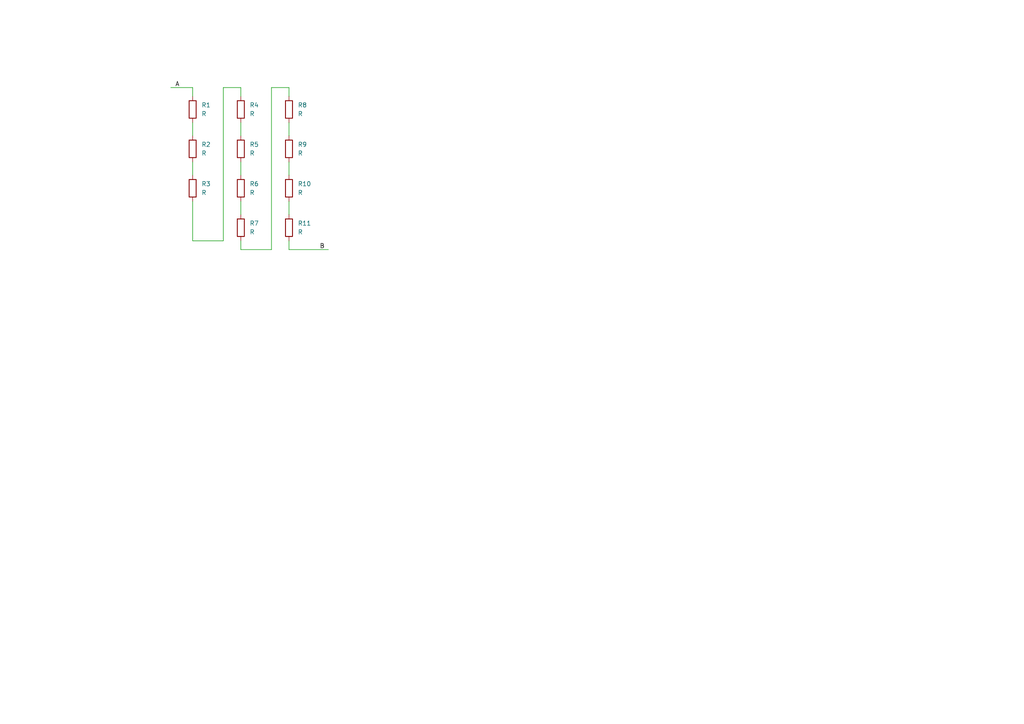
<source format=kicad_sch>
(kicad_sch (version 20250114) (generator "eeschema") (generator_version "9.0")
  (paper "A4")
  (lib_symbols
    (symbol "Device:R" (pin_numbers (hide yes)) (pin_names (offset 0))
      (property "Reference" "R" (at 2.032 0 90))
      (property "Value" "R" (at 0 0 90))
      (symbol "R_0_1"
        (rectangle (start -1.016 -2.54) (end 1.016 2.54) (stroke (width 0.254)))
      )
      (symbol "R_1_1"
        (pin passive line (at 0 3.81 270) (length 1.27) (name "~") (number "1"))
        (pin passive line (at 0 -3.81 90) (length 1.27) (name "~") (number "2"))
      )
    )
  )
  (wire (pts (xy 83.82 72.39) (xy 83.82 69.85)))
  (wire (pts (xy 83.82 72.39) (xy 95.25 72.39)))
  (wire (pts (xy 83.82 46.99) (xy 83.82 50.8)))
  (wire (pts (xy 69.85 72.39) (xy 78.74 72.39)))
  (wire (pts (xy 69.85 46.99) (xy 69.85 50.8)))
  (wire (pts (xy 69.85 58.42) (xy 69.85 62.23)))
  (wire (pts (xy 83.82 58.42) (xy 83.82 62.23)))
  (wire (pts (xy 55.88 46.99) (xy 55.88 50.8)))
  (wire (pts (xy 69.85 27.94) (xy 69.85 25.4)))
  (wire (pts (xy 69.85 35.56) (xy 69.85 39.37)))
  (wire (pts (xy 49.53 25.4) (xy 55.88 25.4)))
  (wire (pts (xy 83.82 35.56) (xy 83.82 39.37)))
  (wire (pts (xy 55.88 35.56) (xy 55.88 39.37)))
  (wire (pts (xy 55.88 27.94) (xy 55.88 25.4)))
  (wire (pts (xy 55.88 69.85) (xy 64.77 69.85)))
  (wire (pts (xy 83.82 25.4) (xy 83.82 27.94)))
  (wire (pts (xy 78.74 25.4) (xy 83.82 25.4)))
  (wire (pts (xy 69.85 69.85) (xy 69.85 72.39)))
  (wire (pts (xy 55.88 58.42) (xy 55.88 69.85)))
  (wire (pts (xy 78.74 72.39) (xy 78.74 25.4)))
  (wire (pts (xy 64.77 25.4) (xy 69.85 25.4)))
  (wire (pts (xy 64.77 69.85) (xy 64.77 25.4)))
  (label "A" (at 50.8 25.4 0))
  (label "B" (at 92.71 72.39 0))
  (symbol (lib_id "Device:R") (at 69.85 54.61 0) (unit 1)
    (property "Reference" "R6" (at 72.39 53.3399 0) (effects (justify left)))
    (property "Value" "R" (at 72.39 55.8799 0) (effects (justify left)))
    (property "Footprint" "Resistor_SMD:R_0805_2012Metric" (effects (hide yes)))
    (property "Description" "Resistor" (effects (hide yes)))
  )
  (symbol (lib_id "Device:R") (at 69.85 66.04 0) (unit 1)
    (property "Reference" "R7" (at 72.39 64.7699 0) (effects (justify left)))
    (property "Value" "R" (at 72.39 67.3099 0) (effects (justify left)))
    (property "Footprint" "Resistor_SMD:R_0603_1608Metric" (effects (hide yes)))
    (property "Description" "Resistor" (effects (hide yes)))
  )
  (symbol (lib_id "Device:R") (at 69.85 43.18 0) (unit 1)
    (property "Reference" "R5" (at 72.39 41.9099 0) (effects (justify left)))
    (property "Value" "R" (at 72.39 44.4499 0) (effects (justify left)))
    (property "Footprint" "Resistor_SMD:R_0805_2012Metric" (effects (hide yes)))
    (property "Description" "Resistor" (effects (hide yes)))
  )
  (symbol (lib_id "Device:R") (at 83.82 43.18 0) (unit 1)
    (property "Reference" "R9" (at 86.36 41.9099 0) (effects (justify left)))
    (property "Value" "R" (at 86.36 44.4499 0) (effects (justify left)))
    (property "Footprint" "Resistor_SMD:R_0603_1608Metric" (effects (hide yes)))
    (property "Description" "Resistor" (effects (hide yes)))
  )
  (symbol (lib_id "Device:R") (at 55.88 43.18 0) (unit 1)
    (property "Reference" "R2" (at 58.42 41.9099 0) (effects (justify left)))
    (property "Value" "R" (at 58.42 44.4499 0) (effects (justify left)))
    (property "Footprint" "Resistor_SMD:R_1206_3216Metric" (effects (hide yes)))
    (property "Description" "Resistor" (effects (hide yes)))
  )
  (symbol (lib_id "Device:R") (at 69.85 31.75 0) (unit 1)
    (property "Reference" "R4" (at 72.39 30.4799 0) (effects (justify left)))
    (property "Value" "R" (at 72.39 33.0199 0) (effects (justify left)))
    (property "Footprint" "Resistor_SMD:R_0805_2012Metric" (effects (hide yes)))
    (property "Description" "Resistor" (effects (hide yes)))
  )
  (symbol (lib_id "Device:R") (at 83.82 66.04 0) (unit 1)
    (property "Reference" "R11" (at 86.36 64.7699 0) (effects (justify left)))
    (property "Value" "R" (at 86.36 67.3099 0) (effects (justify left)))
    (property "Footprint" "Resistor_SMD:R_0402_1005Metric" (effects (hide yes)))
    (property "Description" "Resistor" (effects (hide yes)))
  )
  (symbol (lib_id "Device:R") (at 83.82 54.61 0) (unit 1)
    (property "Reference" "R10" (at 86.36 53.3399 0) (effects (justify left)))
    (property "Value" "R" (at 86.36 55.8799 0) (effects (justify left)))
    (property "Footprint" "Resistor_SMD:R_0402_1005Metric" (effects (hide yes)))
    (property "Description" "Resistor" (effects (hide yes)))
  )
  (symbol (lib_id "Device:R") (at 55.88 54.61 0) (unit 1)
    (property "Reference" "R3" (at 58.42 53.3399 0) (effects (justify left)))
    (property "Value" "R" (at 58.42 55.8799 0) (effects (justify left)))
    (property "Footprint" "Resistor_SMD:R_1206_3216Metric" (effects (hide yes)))
    (property "Description" "Resistor" (effects (hide yes)))
  )
  (symbol (lib_id "Device:R") (at 55.88 31.75 0) (unit 1)
    (property "Reference" "R1" (at 58.42 30.4799 0) (effects (justify left)))
    (property "Value" "R" (at 58.42 33.0199 0) (effects (justify left)))
    (property "Footprint" "Resistor_SMD:R_1206_3216Metric" (effects (hide yes)))
    (property "Description" "Resistor" (effects (hide yes)))
  )
  (symbol (lib_id "Device:R") (at 83.82 31.75 0) (unit 1)
    (property "Reference" "R8" (at 86.36 30.4799 0) (effects (justify left)))
    (property "Value" "R" (at 86.36 33.0199 0) (effects (justify left)))
    (property "Footprint" "Resistor_SMD:R_0603_1608Metric" (effects (hide yes)))
    (property "Description" "Resistor" (effects (hide yes)))
  )
)
</source>
